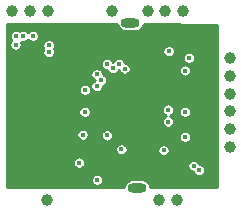
<source format=gbr>
%TF.GenerationSoftware,KiCad,Pcbnew,(5.1.6-0-10_14)*%
%TF.CreationDate,2020-10-31T13:09:24+09:00*%
%TF.ProjectId,RF920A,52463932-3041-42e6-9b69-6361645f7063,rev?*%
%TF.SameCoordinates,Original*%
%TF.FileFunction,Copper,L2,Inr*%
%TF.FilePolarity,Positive*%
%FSLAX46Y46*%
G04 Gerber Fmt 4.6, Leading zero omitted, Abs format (unit mm)*
G04 Created by KiCad (PCBNEW (5.1.6-0-10_14)) date 2020-10-31 13:09:24*
%MOMM*%
%LPD*%
G01*
G04 APERTURE LIST*
%TA.AperFunction,WasherPad*%
%ADD10O,1.600000X0.800000*%
%TD*%
%TA.AperFunction,ViaPad*%
%ADD11C,1.000000*%
%TD*%
%TA.AperFunction,ViaPad*%
%ADD12C,0.400000*%
%TD*%
%TA.AperFunction,Conductor*%
%ADD13C,0.254000*%
%TD*%
G04 APERTURE END LIST*
D10*
%TO.N,*%
%TO.C,U7*%
X162125000Y-106970000D03*
X161550000Y-92970000D03*
%TD*%
D11*
%TO.N,/SDA*%
%TO.C,J19*%
X154530000Y-92000000D03*
%TD*%
%TO.N,GND*%
%TO.C,J17*%
X170000000Y-103500000D03*
%TD*%
%TO.N,GND*%
%TO.C,J16*%
X170000000Y-102000000D03*
%TD*%
%TO.N,+3.3VA*%
%TO.C,J14*%
X165500000Y-108000000D03*
%TD*%
%TO.N,+3.3VA*%
%TO.C,J13*%
X164000000Y-108000000D03*
%TD*%
%TO.N,/SCL*%
%TO.C,J12*%
X153030000Y-92000000D03*
%TD*%
%TO.N,/WP*%
%TO.C,J11*%
X151530000Y-92000000D03*
%TD*%
%TO.N,/RESETN*%
%TO.C,J10*%
X170000000Y-96000000D03*
%TD*%
%TO.N,/REGPDIN*%
%TO.C,J9*%
X166000000Y-92000000D03*
%TD*%
%TO.N,/SDO*%
%TO.C,J8*%
X164500000Y-92000000D03*
%TD*%
%TO.N,/SINTN*%
%TO.C,J7*%
X163000000Y-92000000D03*
%TD*%
%TO.N,/SCLK*%
%TO.C,J6*%
X170000000Y-97500000D03*
%TD*%
%TO.N,/SCEN*%
%TO.C,J5*%
X170000000Y-99000000D03*
%TD*%
%TO.N,/SDI*%
%TO.C,J4*%
X170000000Y-100500000D03*
%TD*%
%TO.N,+3V3*%
%TO.C,J2*%
X160000000Y-92000000D03*
%TD*%
%TO.N,Net-(J1-Pad1)*%
%TO.C,J1*%
X154500000Y-108000000D03*
%TD*%
D12*
%TO.N,GND*%
X153550000Y-100880000D03*
X152100000Y-100440000D03*
X168150000Y-98440000D03*
X168150000Y-97740000D03*
X161950000Y-94600000D03*
X151820000Y-95450000D03*
X152150000Y-97520000D03*
X153600000Y-97960000D03*
X167340000Y-103880000D03*
X166890000Y-103510000D03*
X160580000Y-95170000D03*
X159250000Y-94130000D03*
X157390000Y-95180000D03*
X165670000Y-105150000D03*
X165670000Y-105840000D03*
X167500000Y-102590000D03*
X166750000Y-102640000D03*
X166750000Y-101230000D03*
X166800000Y-100560000D03*
X159350000Y-106290000D03*
X160760000Y-105200000D03*
X161430000Y-103710000D03*
X155400000Y-103850000D03*
X163570000Y-103700000D03*
X163570000Y-104450000D03*
X159350000Y-105050000D03*
X162240000Y-105310000D03*
X164350000Y-104400000D03*
X168080000Y-95950000D03*
X166750000Y-97030000D03*
X163060000Y-94290000D03*
X162780000Y-95390000D03*
X161550000Y-96480000D03*
X153350000Y-103910000D03*
X157670000Y-99940000D03*
X157690000Y-98060000D03*
X158870000Y-101350000D03*
X160600000Y-98400000D03*
X161400000Y-99200000D03*
X161400000Y-98400000D03*
X160600000Y-99200000D03*
X160600000Y-100000000D03*
X161400000Y-100000000D03*
X160600000Y-100800000D03*
X161400000Y-100800000D03*
X162200000Y-100800000D03*
X163000000Y-100800000D03*
X163000000Y-100000000D03*
X162200000Y-100000000D03*
X162200000Y-98400000D03*
X163000000Y-98400000D03*
X162200000Y-99200000D03*
X163000000Y-99200000D03*
X157500000Y-101850000D03*
X164180000Y-95390000D03*
X156800000Y-101850000D03*
X166800000Y-94850000D03*
X156090000Y-100410000D03*
X156090000Y-99480000D03*
X156100000Y-98590000D03*
X156070000Y-97730000D03*
X156050000Y-96910000D03*
%TO.N,/VDDCP*%
X164720000Y-101350000D03*
X164730000Y-100350000D03*
X166150000Y-102640000D03*
X166150000Y-100530000D03*
X160790000Y-103710000D03*
X164780000Y-95390000D03*
X166500000Y-95950000D03*
%TO.N,+3V3*%
X151820000Y-94850000D03*
X151870000Y-94100000D03*
X154620000Y-94890000D03*
X157670000Y-100540000D03*
X157700000Y-98660000D03*
X153270000Y-94100000D03*
%TO.N,Net-(C45-Pad1)*%
X159550000Y-102530000D03*
X158750000Y-106290000D03*
%TO.N,Net-(C46-Pad2)*%
X157500000Y-102450000D03*
X157190000Y-104830000D03*
%TO.N,/SDI*%
X158680000Y-98350000D03*
%TO.N,/SCEN*%
X159080000Y-97850000D03*
%TO.N,/SCLK*%
X158680000Y-97350000D03*
%TO.N,/SINTN*%
X159550000Y-96480000D03*
%TO.N,/SDO*%
X160050000Y-96830000D03*
%TO.N,/REGPDIN*%
X160550000Y-96480000D03*
%TO.N,/RESETN*%
X161050000Y-96870000D03*
%TO.N,+3.3VA*%
X166890000Y-105090000D03*
X166150000Y-97030000D03*
X167360000Y-105460000D03*
X164350000Y-103780000D03*
%TO.N,/WP*%
X152470000Y-94100000D03*
%TO.N,/SDA*%
X154620000Y-95490000D03*
%TD*%
D13*
%TO.N,GND*%
G36*
X160439505Y-93132246D02*
G01*
X160475090Y-93249557D01*
X160542597Y-93375853D01*
X160633446Y-93486554D01*
X160744147Y-93577403D01*
X160870443Y-93644910D01*
X161007483Y-93686480D01*
X161114292Y-93697000D01*
X161985708Y-93697000D01*
X162092517Y-93686480D01*
X162229557Y-93644910D01*
X162355853Y-93577403D01*
X162466554Y-93486554D01*
X162557403Y-93375853D01*
X162624910Y-93249557D01*
X162660121Y-93133479D01*
X168873000Y-93136930D01*
X168873000Y-101837966D01*
X168868269Y-101858905D01*
X168862489Y-102082406D01*
X168873000Y-102143458D01*
X168873000Y-103337966D01*
X168868269Y-103358905D01*
X168862489Y-103582406D01*
X168873000Y-103643458D01*
X168873000Y-106853000D01*
X163243993Y-106853000D01*
X163241480Y-106827483D01*
X163199910Y-106690443D01*
X163132403Y-106564147D01*
X163041554Y-106453446D01*
X162930853Y-106362597D01*
X162804557Y-106295090D01*
X162667517Y-106253520D01*
X162560708Y-106243000D01*
X161689292Y-106243000D01*
X161582483Y-106253520D01*
X161445443Y-106295090D01*
X161319147Y-106362597D01*
X161208446Y-106453446D01*
X161117597Y-106564147D01*
X161050090Y-106690443D01*
X161008520Y-106827483D01*
X161006007Y-106853000D01*
X151131909Y-106853000D01*
X151131470Y-106238095D01*
X158223000Y-106238095D01*
X158223000Y-106341905D01*
X158243252Y-106443720D01*
X158282979Y-106539628D01*
X158340652Y-106625943D01*
X158414057Y-106699348D01*
X158500372Y-106757021D01*
X158596280Y-106796748D01*
X158698095Y-106817000D01*
X158801905Y-106817000D01*
X158903720Y-106796748D01*
X158999628Y-106757021D01*
X159085943Y-106699348D01*
X159159348Y-106625943D01*
X159217021Y-106539628D01*
X159256748Y-106443720D01*
X159277000Y-106341905D01*
X159277000Y-106238095D01*
X159256748Y-106136280D01*
X159217021Y-106040372D01*
X159159348Y-105954057D01*
X159085943Y-105880652D01*
X158999628Y-105822979D01*
X158903720Y-105783252D01*
X158801905Y-105763000D01*
X158698095Y-105763000D01*
X158596280Y-105783252D01*
X158500372Y-105822979D01*
X158414057Y-105880652D01*
X158340652Y-105954057D01*
X158282979Y-106040372D01*
X158243252Y-106136280D01*
X158223000Y-106238095D01*
X151131470Y-106238095D01*
X151130425Y-104778095D01*
X156663000Y-104778095D01*
X156663000Y-104881905D01*
X156683252Y-104983720D01*
X156722979Y-105079628D01*
X156780652Y-105165943D01*
X156854057Y-105239348D01*
X156940372Y-105297021D01*
X157036280Y-105336748D01*
X157138095Y-105357000D01*
X157241905Y-105357000D01*
X157343720Y-105336748D01*
X157439628Y-105297021D01*
X157525943Y-105239348D01*
X157599348Y-105165943D01*
X157657021Y-105079628D01*
X157674224Y-105038095D01*
X166363000Y-105038095D01*
X166363000Y-105141905D01*
X166383252Y-105243720D01*
X166422979Y-105339628D01*
X166480652Y-105425943D01*
X166554057Y-105499348D01*
X166640372Y-105557021D01*
X166736280Y-105596748D01*
X166838095Y-105617000D01*
X166854611Y-105617000D01*
X166892979Y-105709628D01*
X166950652Y-105795943D01*
X167024057Y-105869348D01*
X167110372Y-105927021D01*
X167206280Y-105966748D01*
X167308095Y-105987000D01*
X167411905Y-105987000D01*
X167513720Y-105966748D01*
X167609628Y-105927021D01*
X167695943Y-105869348D01*
X167769348Y-105795943D01*
X167827021Y-105709628D01*
X167866748Y-105613720D01*
X167887000Y-105511905D01*
X167887000Y-105408095D01*
X167866748Y-105306280D01*
X167827021Y-105210372D01*
X167769348Y-105124057D01*
X167695943Y-105050652D01*
X167609628Y-104992979D01*
X167513720Y-104953252D01*
X167411905Y-104933000D01*
X167395389Y-104933000D01*
X167357021Y-104840372D01*
X167299348Y-104754057D01*
X167225943Y-104680652D01*
X167139628Y-104622979D01*
X167043720Y-104583252D01*
X166941905Y-104563000D01*
X166838095Y-104563000D01*
X166736280Y-104583252D01*
X166640372Y-104622979D01*
X166554057Y-104680652D01*
X166480652Y-104754057D01*
X166422979Y-104840372D01*
X166383252Y-104936280D01*
X166363000Y-105038095D01*
X157674224Y-105038095D01*
X157696748Y-104983720D01*
X157717000Y-104881905D01*
X157717000Y-104778095D01*
X157696748Y-104676280D01*
X157657021Y-104580372D01*
X157599348Y-104494057D01*
X157525943Y-104420652D01*
X157439628Y-104362979D01*
X157343720Y-104323252D01*
X157241905Y-104303000D01*
X157138095Y-104303000D01*
X157036280Y-104323252D01*
X156940372Y-104362979D01*
X156854057Y-104420652D01*
X156780652Y-104494057D01*
X156722979Y-104580372D01*
X156683252Y-104676280D01*
X156663000Y-104778095D01*
X151130425Y-104778095D01*
X151129625Y-103658095D01*
X160263000Y-103658095D01*
X160263000Y-103761905D01*
X160283252Y-103863720D01*
X160322979Y-103959628D01*
X160380652Y-104045943D01*
X160454057Y-104119348D01*
X160540372Y-104177021D01*
X160636280Y-104216748D01*
X160738095Y-104237000D01*
X160841905Y-104237000D01*
X160943720Y-104216748D01*
X161039628Y-104177021D01*
X161125943Y-104119348D01*
X161199348Y-104045943D01*
X161257021Y-103959628D01*
X161296748Y-103863720D01*
X161317000Y-103761905D01*
X161317000Y-103728095D01*
X163823000Y-103728095D01*
X163823000Y-103831905D01*
X163843252Y-103933720D01*
X163882979Y-104029628D01*
X163940652Y-104115943D01*
X164014057Y-104189348D01*
X164100372Y-104247021D01*
X164196280Y-104286748D01*
X164298095Y-104307000D01*
X164401905Y-104307000D01*
X164503720Y-104286748D01*
X164599628Y-104247021D01*
X164685943Y-104189348D01*
X164759348Y-104115943D01*
X164817021Y-104029628D01*
X164856748Y-103933720D01*
X164877000Y-103831905D01*
X164877000Y-103728095D01*
X164856748Y-103626280D01*
X164817021Y-103530372D01*
X164759348Y-103444057D01*
X164685943Y-103370652D01*
X164599628Y-103312979D01*
X164503720Y-103273252D01*
X164401905Y-103253000D01*
X164298095Y-103253000D01*
X164196280Y-103273252D01*
X164100372Y-103312979D01*
X164014057Y-103370652D01*
X163940652Y-103444057D01*
X163882979Y-103530372D01*
X163843252Y-103626280D01*
X163823000Y-103728095D01*
X161317000Y-103728095D01*
X161317000Y-103658095D01*
X161296748Y-103556280D01*
X161257021Y-103460372D01*
X161199348Y-103374057D01*
X161125943Y-103300652D01*
X161039628Y-103242979D01*
X160943720Y-103203252D01*
X160841905Y-103183000D01*
X160738095Y-103183000D01*
X160636280Y-103203252D01*
X160540372Y-103242979D01*
X160454057Y-103300652D01*
X160380652Y-103374057D01*
X160322979Y-103460372D01*
X160283252Y-103556280D01*
X160263000Y-103658095D01*
X151129625Y-103658095D01*
X151128723Y-102398095D01*
X156973000Y-102398095D01*
X156973000Y-102501905D01*
X156993252Y-102603720D01*
X157032979Y-102699628D01*
X157090652Y-102785943D01*
X157164057Y-102859348D01*
X157250372Y-102917021D01*
X157346280Y-102956748D01*
X157448095Y-102977000D01*
X157551905Y-102977000D01*
X157653720Y-102956748D01*
X157749628Y-102917021D01*
X157835943Y-102859348D01*
X157909348Y-102785943D01*
X157967021Y-102699628D01*
X158006748Y-102603720D01*
X158027000Y-102501905D01*
X158027000Y-102478095D01*
X159023000Y-102478095D01*
X159023000Y-102581905D01*
X159043252Y-102683720D01*
X159082979Y-102779628D01*
X159140652Y-102865943D01*
X159214057Y-102939348D01*
X159300372Y-102997021D01*
X159396280Y-103036748D01*
X159498095Y-103057000D01*
X159601905Y-103057000D01*
X159703720Y-103036748D01*
X159799628Y-102997021D01*
X159885943Y-102939348D01*
X159959348Y-102865943D01*
X160017021Y-102779628D01*
X160056748Y-102683720D01*
X160075768Y-102588095D01*
X165623000Y-102588095D01*
X165623000Y-102691905D01*
X165643252Y-102793720D01*
X165682979Y-102889628D01*
X165740652Y-102975943D01*
X165814057Y-103049348D01*
X165900372Y-103107021D01*
X165996280Y-103146748D01*
X166098095Y-103167000D01*
X166201905Y-103167000D01*
X166303720Y-103146748D01*
X166399628Y-103107021D01*
X166485943Y-103049348D01*
X166559348Y-102975943D01*
X166617021Y-102889628D01*
X166656748Y-102793720D01*
X166677000Y-102691905D01*
X166677000Y-102588095D01*
X166656748Y-102486280D01*
X166617021Y-102390372D01*
X166559348Y-102304057D01*
X166485943Y-102230652D01*
X166399628Y-102172979D01*
X166303720Y-102133252D01*
X166201905Y-102113000D01*
X166098095Y-102113000D01*
X165996280Y-102133252D01*
X165900372Y-102172979D01*
X165814057Y-102230652D01*
X165740652Y-102304057D01*
X165682979Y-102390372D01*
X165643252Y-102486280D01*
X165623000Y-102588095D01*
X160075768Y-102588095D01*
X160077000Y-102581905D01*
X160077000Y-102478095D01*
X160056748Y-102376280D01*
X160017021Y-102280372D01*
X159959348Y-102194057D01*
X159885943Y-102120652D01*
X159799628Y-102062979D01*
X159703720Y-102023252D01*
X159601905Y-102003000D01*
X159498095Y-102003000D01*
X159396280Y-102023252D01*
X159300372Y-102062979D01*
X159214057Y-102120652D01*
X159140652Y-102194057D01*
X159082979Y-102280372D01*
X159043252Y-102376280D01*
X159023000Y-102478095D01*
X158027000Y-102478095D01*
X158027000Y-102398095D01*
X158006748Y-102296280D01*
X157967021Y-102200372D01*
X157909348Y-102114057D01*
X157835943Y-102040652D01*
X157749628Y-101982979D01*
X157653720Y-101943252D01*
X157551905Y-101923000D01*
X157448095Y-101923000D01*
X157346280Y-101943252D01*
X157250372Y-101982979D01*
X157164057Y-102040652D01*
X157090652Y-102114057D01*
X157032979Y-102200372D01*
X156993252Y-102296280D01*
X156973000Y-102398095D01*
X151128723Y-102398095D01*
X151127937Y-101298095D01*
X164193000Y-101298095D01*
X164193000Y-101401905D01*
X164213252Y-101503720D01*
X164252979Y-101599628D01*
X164310652Y-101685943D01*
X164384057Y-101759348D01*
X164470372Y-101817021D01*
X164566280Y-101856748D01*
X164668095Y-101877000D01*
X164771905Y-101877000D01*
X164873720Y-101856748D01*
X164969628Y-101817021D01*
X165055943Y-101759348D01*
X165129348Y-101685943D01*
X165187021Y-101599628D01*
X165226748Y-101503720D01*
X165247000Y-101401905D01*
X165247000Y-101298095D01*
X165226748Y-101196280D01*
X165187021Y-101100372D01*
X165129348Y-101014057D01*
X165055943Y-100940652D01*
X164969628Y-100882979D01*
X164895011Y-100852071D01*
X164979628Y-100817021D01*
X165065943Y-100759348D01*
X165139348Y-100685943D01*
X165197021Y-100599628D01*
X165236748Y-100503720D01*
X165241845Y-100478095D01*
X165623000Y-100478095D01*
X165623000Y-100581905D01*
X165643252Y-100683720D01*
X165682979Y-100779628D01*
X165740652Y-100865943D01*
X165814057Y-100939348D01*
X165900372Y-100997021D01*
X165996280Y-101036748D01*
X166098095Y-101057000D01*
X166201905Y-101057000D01*
X166303720Y-101036748D01*
X166399628Y-100997021D01*
X166485943Y-100939348D01*
X166559348Y-100865943D01*
X166617021Y-100779628D01*
X166656748Y-100683720D01*
X166677000Y-100581905D01*
X166677000Y-100478095D01*
X166656748Y-100376280D01*
X166617021Y-100280372D01*
X166559348Y-100194057D01*
X166485943Y-100120652D01*
X166399628Y-100062979D01*
X166303720Y-100023252D01*
X166201905Y-100003000D01*
X166098095Y-100003000D01*
X165996280Y-100023252D01*
X165900372Y-100062979D01*
X165814057Y-100120652D01*
X165740652Y-100194057D01*
X165682979Y-100280372D01*
X165643252Y-100376280D01*
X165623000Y-100478095D01*
X165241845Y-100478095D01*
X165257000Y-100401905D01*
X165257000Y-100298095D01*
X165236748Y-100196280D01*
X165197021Y-100100372D01*
X165139348Y-100014057D01*
X165065943Y-99940652D01*
X164979628Y-99882979D01*
X164883720Y-99843252D01*
X164781905Y-99823000D01*
X164678095Y-99823000D01*
X164576280Y-99843252D01*
X164480372Y-99882979D01*
X164394057Y-99940652D01*
X164320652Y-100014057D01*
X164262979Y-100100372D01*
X164223252Y-100196280D01*
X164203000Y-100298095D01*
X164203000Y-100401905D01*
X164223252Y-100503720D01*
X164262979Y-100599628D01*
X164320652Y-100685943D01*
X164394057Y-100759348D01*
X164480372Y-100817021D01*
X164554989Y-100847929D01*
X164470372Y-100882979D01*
X164384057Y-100940652D01*
X164310652Y-101014057D01*
X164252979Y-101100372D01*
X164213252Y-101196280D01*
X164193000Y-101298095D01*
X151127937Y-101298095D01*
X151127357Y-100488095D01*
X157143000Y-100488095D01*
X157143000Y-100591905D01*
X157163252Y-100693720D01*
X157202979Y-100789628D01*
X157260652Y-100875943D01*
X157334057Y-100949348D01*
X157420372Y-101007021D01*
X157516280Y-101046748D01*
X157618095Y-101067000D01*
X157721905Y-101067000D01*
X157823720Y-101046748D01*
X157919628Y-101007021D01*
X158005943Y-100949348D01*
X158079348Y-100875943D01*
X158137021Y-100789628D01*
X158176748Y-100693720D01*
X158197000Y-100591905D01*
X158197000Y-100488095D01*
X158176748Y-100386280D01*
X158137021Y-100290372D01*
X158079348Y-100204057D01*
X158005943Y-100130652D01*
X157919628Y-100072979D01*
X157823720Y-100033252D01*
X157721905Y-100013000D01*
X157618095Y-100013000D01*
X157516280Y-100033252D01*
X157420372Y-100072979D01*
X157334057Y-100130652D01*
X157260652Y-100204057D01*
X157202979Y-100290372D01*
X157163252Y-100386280D01*
X157143000Y-100488095D01*
X151127357Y-100488095D01*
X151126013Y-98608095D01*
X157173000Y-98608095D01*
X157173000Y-98711905D01*
X157193252Y-98813720D01*
X157232979Y-98909628D01*
X157290652Y-98995943D01*
X157364057Y-99069348D01*
X157450372Y-99127021D01*
X157546280Y-99166748D01*
X157648095Y-99187000D01*
X157751905Y-99187000D01*
X157853720Y-99166748D01*
X157949628Y-99127021D01*
X158035943Y-99069348D01*
X158109348Y-98995943D01*
X158167021Y-98909628D01*
X158206748Y-98813720D01*
X158227000Y-98711905D01*
X158227000Y-98620612D01*
X158270652Y-98685943D01*
X158344057Y-98759348D01*
X158430372Y-98817021D01*
X158526280Y-98856748D01*
X158628095Y-98877000D01*
X158731905Y-98877000D01*
X158833720Y-98856748D01*
X158929628Y-98817021D01*
X159015943Y-98759348D01*
X159089348Y-98685943D01*
X159147021Y-98599628D01*
X159186748Y-98503720D01*
X159207000Y-98401905D01*
X159207000Y-98362063D01*
X159233720Y-98356748D01*
X159329628Y-98317021D01*
X159415943Y-98259348D01*
X159489348Y-98185943D01*
X159547021Y-98099628D01*
X159586748Y-98003720D01*
X159607000Y-97901905D01*
X159607000Y-97798095D01*
X159586748Y-97696280D01*
X159547021Y-97600372D01*
X159489348Y-97514057D01*
X159415943Y-97440652D01*
X159329628Y-97382979D01*
X159233720Y-97343252D01*
X159207000Y-97337937D01*
X159207000Y-97298095D01*
X159186748Y-97196280D01*
X159147021Y-97100372D01*
X159089348Y-97014057D01*
X159015943Y-96940652D01*
X158929628Y-96882979D01*
X158833720Y-96843252D01*
X158731905Y-96823000D01*
X158628095Y-96823000D01*
X158526280Y-96843252D01*
X158430372Y-96882979D01*
X158344057Y-96940652D01*
X158270652Y-97014057D01*
X158212979Y-97100372D01*
X158173252Y-97196280D01*
X158153000Y-97298095D01*
X158153000Y-97401905D01*
X158173252Y-97503720D01*
X158212979Y-97599628D01*
X158270652Y-97685943D01*
X158344057Y-97759348D01*
X158430372Y-97817021D01*
X158509989Y-97850000D01*
X158430372Y-97882979D01*
X158344057Y-97940652D01*
X158270652Y-98014057D01*
X158212979Y-98100372D01*
X158173252Y-98196280D01*
X158153000Y-98298095D01*
X158153000Y-98389388D01*
X158109348Y-98324057D01*
X158035943Y-98250652D01*
X157949628Y-98192979D01*
X157853720Y-98153252D01*
X157751905Y-98133000D01*
X157648095Y-98133000D01*
X157546280Y-98153252D01*
X157450372Y-98192979D01*
X157364057Y-98250652D01*
X157290652Y-98324057D01*
X157232979Y-98410372D01*
X157193252Y-98506280D01*
X157173000Y-98608095D01*
X151126013Y-98608095D01*
X151124454Y-96428095D01*
X159023000Y-96428095D01*
X159023000Y-96531905D01*
X159043252Y-96633720D01*
X159082979Y-96729628D01*
X159140652Y-96815943D01*
X159214057Y-96889348D01*
X159300372Y-96947021D01*
X159396280Y-96986748D01*
X159498095Y-97007000D01*
X159552895Y-97007000D01*
X159582979Y-97079628D01*
X159640652Y-97165943D01*
X159714057Y-97239348D01*
X159800372Y-97297021D01*
X159896280Y-97336748D01*
X159998095Y-97357000D01*
X160101905Y-97357000D01*
X160203720Y-97336748D01*
X160299628Y-97297021D01*
X160385943Y-97239348D01*
X160459348Y-97165943D01*
X160517021Y-97079628D01*
X160542255Y-97018708D01*
X160543252Y-97023720D01*
X160582979Y-97119628D01*
X160640652Y-97205943D01*
X160714057Y-97279348D01*
X160800372Y-97337021D01*
X160896280Y-97376748D01*
X160998095Y-97397000D01*
X161101905Y-97397000D01*
X161203720Y-97376748D01*
X161299628Y-97337021D01*
X161385943Y-97279348D01*
X161459348Y-97205943D01*
X161517021Y-97119628D01*
X161556748Y-97023720D01*
X161565823Y-96978095D01*
X165623000Y-96978095D01*
X165623000Y-97081905D01*
X165643252Y-97183720D01*
X165682979Y-97279628D01*
X165740652Y-97365943D01*
X165814057Y-97439348D01*
X165900372Y-97497021D01*
X165996280Y-97536748D01*
X166098095Y-97557000D01*
X166201905Y-97557000D01*
X166303720Y-97536748D01*
X166399628Y-97497021D01*
X166485943Y-97439348D01*
X166559348Y-97365943D01*
X166617021Y-97279628D01*
X166656748Y-97183720D01*
X166677000Y-97081905D01*
X166677000Y-96978095D01*
X166656748Y-96876280D01*
X166617021Y-96780372D01*
X166559348Y-96694057D01*
X166485943Y-96620652D01*
X166399628Y-96562979D01*
X166303720Y-96523252D01*
X166201905Y-96503000D01*
X166098095Y-96503000D01*
X165996280Y-96523252D01*
X165900372Y-96562979D01*
X165814057Y-96620652D01*
X165740652Y-96694057D01*
X165682979Y-96780372D01*
X165643252Y-96876280D01*
X165623000Y-96978095D01*
X161565823Y-96978095D01*
X161577000Y-96921905D01*
X161577000Y-96818095D01*
X161556748Y-96716280D01*
X161517021Y-96620372D01*
X161459348Y-96534057D01*
X161385943Y-96460652D01*
X161299628Y-96402979D01*
X161203720Y-96363252D01*
X161101905Y-96343000D01*
X161060074Y-96343000D01*
X161056748Y-96326280D01*
X161017021Y-96230372D01*
X160959348Y-96144057D01*
X160885943Y-96070652D01*
X160799628Y-96012979D01*
X160703720Y-95973252D01*
X160601905Y-95953000D01*
X160498095Y-95953000D01*
X160396280Y-95973252D01*
X160300372Y-96012979D01*
X160214057Y-96070652D01*
X160140652Y-96144057D01*
X160082979Y-96230372D01*
X160052895Y-96303000D01*
X160047105Y-96303000D01*
X160017021Y-96230372D01*
X159959348Y-96144057D01*
X159885943Y-96070652D01*
X159799628Y-96012979D01*
X159703720Y-95973252D01*
X159601905Y-95953000D01*
X159498095Y-95953000D01*
X159396280Y-95973252D01*
X159300372Y-96012979D01*
X159214057Y-96070652D01*
X159140652Y-96144057D01*
X159082979Y-96230372D01*
X159043252Y-96326280D01*
X159023000Y-96428095D01*
X151124454Y-96428095D01*
X151123287Y-94798095D01*
X151293000Y-94798095D01*
X151293000Y-94901905D01*
X151313252Y-95003720D01*
X151352979Y-95099628D01*
X151410652Y-95185943D01*
X151484057Y-95259348D01*
X151570372Y-95317021D01*
X151666280Y-95356748D01*
X151768095Y-95377000D01*
X151871905Y-95377000D01*
X151973720Y-95356748D01*
X152069628Y-95317021D01*
X152155943Y-95259348D01*
X152229348Y-95185943D01*
X152287021Y-95099628D01*
X152326748Y-95003720D01*
X152347000Y-94901905D01*
X152347000Y-94838095D01*
X154093000Y-94838095D01*
X154093000Y-94941905D01*
X154113252Y-95043720D01*
X154152979Y-95139628D01*
X154186636Y-95190000D01*
X154152979Y-95240372D01*
X154113252Y-95336280D01*
X154093000Y-95438095D01*
X154093000Y-95541905D01*
X154113252Y-95643720D01*
X154152979Y-95739628D01*
X154210652Y-95825943D01*
X154284057Y-95899348D01*
X154370372Y-95957021D01*
X154466280Y-95996748D01*
X154568095Y-96017000D01*
X154671905Y-96017000D01*
X154773720Y-95996748D01*
X154869628Y-95957021D01*
X154955943Y-95899348D01*
X155029348Y-95825943D01*
X155087021Y-95739628D01*
X155126748Y-95643720D01*
X155147000Y-95541905D01*
X155147000Y-95438095D01*
X155127110Y-95338095D01*
X164253000Y-95338095D01*
X164253000Y-95441905D01*
X164273252Y-95543720D01*
X164312979Y-95639628D01*
X164370652Y-95725943D01*
X164444057Y-95799348D01*
X164530372Y-95857021D01*
X164626280Y-95896748D01*
X164728095Y-95917000D01*
X164831905Y-95917000D01*
X164926948Y-95898095D01*
X165973000Y-95898095D01*
X165973000Y-96001905D01*
X165993252Y-96103720D01*
X166032979Y-96199628D01*
X166090652Y-96285943D01*
X166164057Y-96359348D01*
X166250372Y-96417021D01*
X166346280Y-96456748D01*
X166448095Y-96477000D01*
X166551905Y-96477000D01*
X166653720Y-96456748D01*
X166749628Y-96417021D01*
X166835943Y-96359348D01*
X166909348Y-96285943D01*
X166967021Y-96199628D01*
X167006748Y-96103720D01*
X167027000Y-96001905D01*
X167027000Y-95898095D01*
X167006748Y-95796280D01*
X166967021Y-95700372D01*
X166909348Y-95614057D01*
X166835943Y-95540652D01*
X166749628Y-95482979D01*
X166653720Y-95443252D01*
X166551905Y-95423000D01*
X166448095Y-95423000D01*
X166346280Y-95443252D01*
X166250372Y-95482979D01*
X166164057Y-95540652D01*
X166090652Y-95614057D01*
X166032979Y-95700372D01*
X165993252Y-95796280D01*
X165973000Y-95898095D01*
X164926948Y-95898095D01*
X164933720Y-95896748D01*
X165029628Y-95857021D01*
X165115943Y-95799348D01*
X165189348Y-95725943D01*
X165247021Y-95639628D01*
X165286748Y-95543720D01*
X165307000Y-95441905D01*
X165307000Y-95338095D01*
X165286748Y-95236280D01*
X165247021Y-95140372D01*
X165189348Y-95054057D01*
X165115943Y-94980652D01*
X165029628Y-94922979D01*
X164933720Y-94883252D01*
X164831905Y-94863000D01*
X164728095Y-94863000D01*
X164626280Y-94883252D01*
X164530372Y-94922979D01*
X164444057Y-94980652D01*
X164370652Y-95054057D01*
X164312979Y-95140372D01*
X164273252Y-95236280D01*
X164253000Y-95338095D01*
X155127110Y-95338095D01*
X155126748Y-95336280D01*
X155087021Y-95240372D01*
X155053364Y-95190000D01*
X155087021Y-95139628D01*
X155126748Y-95043720D01*
X155147000Y-94941905D01*
X155147000Y-94838095D01*
X155126748Y-94736280D01*
X155087021Y-94640372D01*
X155029348Y-94554057D01*
X154955943Y-94480652D01*
X154869628Y-94422979D01*
X154773720Y-94383252D01*
X154671905Y-94363000D01*
X154568095Y-94363000D01*
X154466280Y-94383252D01*
X154370372Y-94422979D01*
X154284057Y-94480652D01*
X154210652Y-94554057D01*
X154152979Y-94640372D01*
X154113252Y-94736280D01*
X154093000Y-94838095D01*
X152347000Y-94838095D01*
X152347000Y-94798095D01*
X152326748Y-94696280D01*
X152287021Y-94600372D01*
X152281715Y-94592430D01*
X152316280Y-94606748D01*
X152418095Y-94627000D01*
X152521905Y-94627000D01*
X152623720Y-94606748D01*
X152719628Y-94567021D01*
X152805943Y-94509348D01*
X152870000Y-94445291D01*
X152934057Y-94509348D01*
X153020372Y-94567021D01*
X153116280Y-94606748D01*
X153218095Y-94627000D01*
X153321905Y-94627000D01*
X153423720Y-94606748D01*
X153519628Y-94567021D01*
X153605943Y-94509348D01*
X153679348Y-94435943D01*
X153737021Y-94349628D01*
X153776748Y-94253720D01*
X153797000Y-94151905D01*
X153797000Y-94048095D01*
X153776748Y-93946280D01*
X153737021Y-93850372D01*
X153679348Y-93764057D01*
X153605943Y-93690652D01*
X153519628Y-93632979D01*
X153423720Y-93593252D01*
X153321905Y-93573000D01*
X153218095Y-93573000D01*
X153116280Y-93593252D01*
X153020372Y-93632979D01*
X152934057Y-93690652D01*
X152870000Y-93754709D01*
X152805943Y-93690652D01*
X152719628Y-93632979D01*
X152623720Y-93593252D01*
X152521905Y-93573000D01*
X152418095Y-93573000D01*
X152316280Y-93593252D01*
X152220372Y-93632979D01*
X152170000Y-93666636D01*
X152119628Y-93632979D01*
X152023720Y-93593252D01*
X151921905Y-93573000D01*
X151818095Y-93573000D01*
X151716280Y-93593252D01*
X151620372Y-93632979D01*
X151534057Y-93690652D01*
X151460652Y-93764057D01*
X151402979Y-93850372D01*
X151363252Y-93946280D01*
X151343000Y-94048095D01*
X151343000Y-94151905D01*
X151363252Y-94253720D01*
X151402979Y-94349628D01*
X151460652Y-94435943D01*
X151474709Y-94450000D01*
X151410652Y-94514057D01*
X151352979Y-94600372D01*
X151313252Y-94696280D01*
X151293000Y-94798095D01*
X151123287Y-94798095D01*
X151122091Y-93127071D01*
X160439505Y-93132246D01*
G37*
X160439505Y-93132246D02*
X160475090Y-93249557D01*
X160542597Y-93375853D01*
X160633446Y-93486554D01*
X160744147Y-93577403D01*
X160870443Y-93644910D01*
X161007483Y-93686480D01*
X161114292Y-93697000D01*
X161985708Y-93697000D01*
X162092517Y-93686480D01*
X162229557Y-93644910D01*
X162355853Y-93577403D01*
X162466554Y-93486554D01*
X162557403Y-93375853D01*
X162624910Y-93249557D01*
X162660121Y-93133479D01*
X168873000Y-93136930D01*
X168873000Y-101837966D01*
X168868269Y-101858905D01*
X168862489Y-102082406D01*
X168873000Y-102143458D01*
X168873000Y-103337966D01*
X168868269Y-103358905D01*
X168862489Y-103582406D01*
X168873000Y-103643458D01*
X168873000Y-106853000D01*
X163243993Y-106853000D01*
X163241480Y-106827483D01*
X163199910Y-106690443D01*
X163132403Y-106564147D01*
X163041554Y-106453446D01*
X162930853Y-106362597D01*
X162804557Y-106295090D01*
X162667517Y-106253520D01*
X162560708Y-106243000D01*
X161689292Y-106243000D01*
X161582483Y-106253520D01*
X161445443Y-106295090D01*
X161319147Y-106362597D01*
X161208446Y-106453446D01*
X161117597Y-106564147D01*
X161050090Y-106690443D01*
X161008520Y-106827483D01*
X161006007Y-106853000D01*
X151131909Y-106853000D01*
X151131470Y-106238095D01*
X158223000Y-106238095D01*
X158223000Y-106341905D01*
X158243252Y-106443720D01*
X158282979Y-106539628D01*
X158340652Y-106625943D01*
X158414057Y-106699348D01*
X158500372Y-106757021D01*
X158596280Y-106796748D01*
X158698095Y-106817000D01*
X158801905Y-106817000D01*
X158903720Y-106796748D01*
X158999628Y-106757021D01*
X159085943Y-106699348D01*
X159159348Y-106625943D01*
X159217021Y-106539628D01*
X159256748Y-106443720D01*
X159277000Y-106341905D01*
X159277000Y-106238095D01*
X159256748Y-106136280D01*
X159217021Y-106040372D01*
X159159348Y-105954057D01*
X159085943Y-105880652D01*
X158999628Y-105822979D01*
X158903720Y-105783252D01*
X158801905Y-105763000D01*
X158698095Y-105763000D01*
X158596280Y-105783252D01*
X158500372Y-105822979D01*
X158414057Y-105880652D01*
X158340652Y-105954057D01*
X158282979Y-106040372D01*
X158243252Y-106136280D01*
X158223000Y-106238095D01*
X151131470Y-106238095D01*
X151130425Y-104778095D01*
X156663000Y-104778095D01*
X156663000Y-104881905D01*
X156683252Y-104983720D01*
X156722979Y-105079628D01*
X156780652Y-105165943D01*
X156854057Y-105239348D01*
X156940372Y-105297021D01*
X157036280Y-105336748D01*
X157138095Y-105357000D01*
X157241905Y-105357000D01*
X157343720Y-105336748D01*
X157439628Y-105297021D01*
X157525943Y-105239348D01*
X157599348Y-105165943D01*
X157657021Y-105079628D01*
X157674224Y-105038095D01*
X166363000Y-105038095D01*
X166363000Y-105141905D01*
X166383252Y-105243720D01*
X166422979Y-105339628D01*
X166480652Y-105425943D01*
X166554057Y-105499348D01*
X166640372Y-105557021D01*
X166736280Y-105596748D01*
X166838095Y-105617000D01*
X166854611Y-105617000D01*
X166892979Y-105709628D01*
X166950652Y-105795943D01*
X167024057Y-105869348D01*
X167110372Y-105927021D01*
X167206280Y-105966748D01*
X167308095Y-105987000D01*
X167411905Y-105987000D01*
X167513720Y-105966748D01*
X167609628Y-105927021D01*
X167695943Y-105869348D01*
X167769348Y-105795943D01*
X167827021Y-105709628D01*
X167866748Y-105613720D01*
X167887000Y-105511905D01*
X167887000Y-105408095D01*
X167866748Y-105306280D01*
X167827021Y-105210372D01*
X167769348Y-105124057D01*
X167695943Y-105050652D01*
X167609628Y-104992979D01*
X167513720Y-104953252D01*
X167411905Y-104933000D01*
X167395389Y-104933000D01*
X167357021Y-104840372D01*
X167299348Y-104754057D01*
X167225943Y-104680652D01*
X167139628Y-104622979D01*
X167043720Y-104583252D01*
X166941905Y-104563000D01*
X166838095Y-104563000D01*
X166736280Y-104583252D01*
X166640372Y-104622979D01*
X166554057Y-104680652D01*
X166480652Y-104754057D01*
X166422979Y-104840372D01*
X166383252Y-104936280D01*
X166363000Y-105038095D01*
X157674224Y-105038095D01*
X157696748Y-104983720D01*
X157717000Y-104881905D01*
X157717000Y-104778095D01*
X157696748Y-104676280D01*
X157657021Y-104580372D01*
X157599348Y-104494057D01*
X157525943Y-104420652D01*
X157439628Y-104362979D01*
X157343720Y-104323252D01*
X157241905Y-104303000D01*
X157138095Y-104303000D01*
X157036280Y-104323252D01*
X156940372Y-104362979D01*
X156854057Y-104420652D01*
X156780652Y-104494057D01*
X156722979Y-104580372D01*
X156683252Y-104676280D01*
X156663000Y-104778095D01*
X151130425Y-104778095D01*
X151129625Y-103658095D01*
X160263000Y-103658095D01*
X160263000Y-103761905D01*
X160283252Y-103863720D01*
X160322979Y-103959628D01*
X160380652Y-104045943D01*
X160454057Y-104119348D01*
X160540372Y-104177021D01*
X160636280Y-104216748D01*
X160738095Y-104237000D01*
X160841905Y-104237000D01*
X160943720Y-104216748D01*
X161039628Y-104177021D01*
X161125943Y-104119348D01*
X161199348Y-104045943D01*
X161257021Y-103959628D01*
X161296748Y-103863720D01*
X161317000Y-103761905D01*
X161317000Y-103728095D01*
X163823000Y-103728095D01*
X163823000Y-103831905D01*
X163843252Y-103933720D01*
X163882979Y-104029628D01*
X163940652Y-104115943D01*
X164014057Y-104189348D01*
X164100372Y-104247021D01*
X164196280Y-104286748D01*
X164298095Y-104307000D01*
X164401905Y-104307000D01*
X164503720Y-104286748D01*
X164599628Y-104247021D01*
X164685943Y-104189348D01*
X164759348Y-104115943D01*
X164817021Y-104029628D01*
X164856748Y-103933720D01*
X164877000Y-103831905D01*
X164877000Y-103728095D01*
X164856748Y-103626280D01*
X164817021Y-103530372D01*
X164759348Y-103444057D01*
X164685943Y-103370652D01*
X164599628Y-103312979D01*
X164503720Y-103273252D01*
X164401905Y-103253000D01*
X164298095Y-103253000D01*
X164196280Y-103273252D01*
X164100372Y-103312979D01*
X164014057Y-103370652D01*
X163940652Y-103444057D01*
X163882979Y-103530372D01*
X163843252Y-103626280D01*
X163823000Y-103728095D01*
X161317000Y-103728095D01*
X161317000Y-103658095D01*
X161296748Y-103556280D01*
X161257021Y-103460372D01*
X161199348Y-103374057D01*
X161125943Y-103300652D01*
X161039628Y-103242979D01*
X160943720Y-103203252D01*
X160841905Y-103183000D01*
X160738095Y-103183000D01*
X160636280Y-103203252D01*
X160540372Y-103242979D01*
X160454057Y-103300652D01*
X160380652Y-103374057D01*
X160322979Y-103460372D01*
X160283252Y-103556280D01*
X160263000Y-103658095D01*
X151129625Y-103658095D01*
X151128723Y-102398095D01*
X156973000Y-102398095D01*
X156973000Y-102501905D01*
X156993252Y-102603720D01*
X157032979Y-102699628D01*
X157090652Y-102785943D01*
X157164057Y-102859348D01*
X157250372Y-102917021D01*
X157346280Y-102956748D01*
X157448095Y-102977000D01*
X157551905Y-102977000D01*
X157653720Y-102956748D01*
X157749628Y-102917021D01*
X157835943Y-102859348D01*
X157909348Y-102785943D01*
X157967021Y-102699628D01*
X158006748Y-102603720D01*
X158027000Y-102501905D01*
X158027000Y-102478095D01*
X159023000Y-102478095D01*
X159023000Y-102581905D01*
X159043252Y-102683720D01*
X159082979Y-102779628D01*
X159140652Y-102865943D01*
X159214057Y-102939348D01*
X159300372Y-102997021D01*
X159396280Y-103036748D01*
X159498095Y-103057000D01*
X159601905Y-103057000D01*
X159703720Y-103036748D01*
X159799628Y-102997021D01*
X159885943Y-102939348D01*
X159959348Y-102865943D01*
X160017021Y-102779628D01*
X160056748Y-102683720D01*
X160075768Y-102588095D01*
X165623000Y-102588095D01*
X165623000Y-102691905D01*
X165643252Y-102793720D01*
X165682979Y-102889628D01*
X165740652Y-102975943D01*
X165814057Y-103049348D01*
X165900372Y-103107021D01*
X165996280Y-103146748D01*
X166098095Y-103167000D01*
X166201905Y-103167000D01*
X166303720Y-103146748D01*
X166399628Y-103107021D01*
X166485943Y-103049348D01*
X166559348Y-102975943D01*
X166617021Y-102889628D01*
X166656748Y-102793720D01*
X166677000Y-102691905D01*
X166677000Y-102588095D01*
X166656748Y-102486280D01*
X166617021Y-102390372D01*
X166559348Y-102304057D01*
X166485943Y-102230652D01*
X166399628Y-102172979D01*
X166303720Y-102133252D01*
X166201905Y-102113000D01*
X166098095Y-102113000D01*
X165996280Y-102133252D01*
X165900372Y-102172979D01*
X165814057Y-102230652D01*
X165740652Y-102304057D01*
X165682979Y-102390372D01*
X165643252Y-102486280D01*
X165623000Y-102588095D01*
X160075768Y-102588095D01*
X160077000Y-102581905D01*
X160077000Y-102478095D01*
X160056748Y-102376280D01*
X160017021Y-102280372D01*
X159959348Y-102194057D01*
X159885943Y-102120652D01*
X159799628Y-102062979D01*
X159703720Y-102023252D01*
X159601905Y-102003000D01*
X159498095Y-102003000D01*
X159396280Y-102023252D01*
X159300372Y-102062979D01*
X159214057Y-102120652D01*
X159140652Y-102194057D01*
X159082979Y-102280372D01*
X159043252Y-102376280D01*
X159023000Y-102478095D01*
X158027000Y-102478095D01*
X158027000Y-102398095D01*
X158006748Y-102296280D01*
X157967021Y-102200372D01*
X157909348Y-102114057D01*
X157835943Y-102040652D01*
X157749628Y-101982979D01*
X157653720Y-101943252D01*
X157551905Y-101923000D01*
X157448095Y-101923000D01*
X157346280Y-101943252D01*
X157250372Y-101982979D01*
X157164057Y-102040652D01*
X157090652Y-102114057D01*
X157032979Y-102200372D01*
X156993252Y-102296280D01*
X156973000Y-102398095D01*
X151128723Y-102398095D01*
X151127937Y-101298095D01*
X164193000Y-101298095D01*
X164193000Y-101401905D01*
X164213252Y-101503720D01*
X164252979Y-101599628D01*
X164310652Y-101685943D01*
X164384057Y-101759348D01*
X164470372Y-101817021D01*
X164566280Y-101856748D01*
X164668095Y-101877000D01*
X164771905Y-101877000D01*
X164873720Y-101856748D01*
X164969628Y-101817021D01*
X165055943Y-101759348D01*
X165129348Y-101685943D01*
X165187021Y-101599628D01*
X165226748Y-101503720D01*
X165247000Y-101401905D01*
X165247000Y-101298095D01*
X165226748Y-101196280D01*
X165187021Y-101100372D01*
X165129348Y-101014057D01*
X165055943Y-100940652D01*
X164969628Y-100882979D01*
X164895011Y-100852071D01*
X164979628Y-100817021D01*
X165065943Y-100759348D01*
X165139348Y-100685943D01*
X165197021Y-100599628D01*
X165236748Y-100503720D01*
X165241845Y-100478095D01*
X165623000Y-100478095D01*
X165623000Y-100581905D01*
X165643252Y-100683720D01*
X165682979Y-100779628D01*
X165740652Y-100865943D01*
X165814057Y-100939348D01*
X165900372Y-100997021D01*
X165996280Y-101036748D01*
X166098095Y-101057000D01*
X166201905Y-101057000D01*
X166303720Y-101036748D01*
X166399628Y-100997021D01*
X166485943Y-100939348D01*
X166559348Y-100865943D01*
X166617021Y-100779628D01*
X166656748Y-100683720D01*
X166677000Y-100581905D01*
X166677000Y-100478095D01*
X166656748Y-100376280D01*
X166617021Y-100280372D01*
X166559348Y-100194057D01*
X166485943Y-100120652D01*
X166399628Y-100062979D01*
X166303720Y-100023252D01*
X166201905Y-100003000D01*
X166098095Y-100003000D01*
X165996280Y-100023252D01*
X165900372Y-100062979D01*
X165814057Y-100120652D01*
X165740652Y-100194057D01*
X165682979Y-100280372D01*
X165643252Y-100376280D01*
X165623000Y-100478095D01*
X165241845Y-100478095D01*
X165257000Y-100401905D01*
X165257000Y-100298095D01*
X165236748Y-100196280D01*
X165197021Y-100100372D01*
X165139348Y-100014057D01*
X165065943Y-99940652D01*
X164979628Y-99882979D01*
X164883720Y-99843252D01*
X164781905Y-99823000D01*
X164678095Y-99823000D01*
X164576280Y-99843252D01*
X164480372Y-99882979D01*
X164394057Y-99940652D01*
X164320652Y-100014057D01*
X164262979Y-100100372D01*
X164223252Y-100196280D01*
X164203000Y-100298095D01*
X164203000Y-100401905D01*
X164223252Y-100503720D01*
X164262979Y-100599628D01*
X164320652Y-100685943D01*
X164394057Y-100759348D01*
X164480372Y-100817021D01*
X164554989Y-100847929D01*
X164470372Y-100882979D01*
X164384057Y-100940652D01*
X164310652Y-101014057D01*
X164252979Y-101100372D01*
X164213252Y-101196280D01*
X164193000Y-101298095D01*
X151127937Y-101298095D01*
X151127357Y-100488095D01*
X157143000Y-100488095D01*
X157143000Y-100591905D01*
X157163252Y-100693720D01*
X157202979Y-100789628D01*
X157260652Y-100875943D01*
X157334057Y-100949348D01*
X157420372Y-101007021D01*
X157516280Y-101046748D01*
X157618095Y-101067000D01*
X157721905Y-101067000D01*
X157823720Y-101046748D01*
X157919628Y-101007021D01*
X158005943Y-100949348D01*
X158079348Y-100875943D01*
X158137021Y-100789628D01*
X158176748Y-100693720D01*
X158197000Y-100591905D01*
X158197000Y-100488095D01*
X158176748Y-100386280D01*
X158137021Y-100290372D01*
X158079348Y-100204057D01*
X158005943Y-100130652D01*
X157919628Y-100072979D01*
X157823720Y-100033252D01*
X157721905Y-100013000D01*
X157618095Y-100013000D01*
X157516280Y-100033252D01*
X157420372Y-100072979D01*
X157334057Y-100130652D01*
X157260652Y-100204057D01*
X157202979Y-100290372D01*
X157163252Y-100386280D01*
X157143000Y-100488095D01*
X151127357Y-100488095D01*
X151126013Y-98608095D01*
X157173000Y-98608095D01*
X157173000Y-98711905D01*
X157193252Y-98813720D01*
X157232979Y-98909628D01*
X157290652Y-98995943D01*
X157364057Y-99069348D01*
X157450372Y-99127021D01*
X157546280Y-99166748D01*
X157648095Y-99187000D01*
X157751905Y-99187000D01*
X157853720Y-99166748D01*
X157949628Y-99127021D01*
X158035943Y-99069348D01*
X158109348Y-98995943D01*
X158167021Y-98909628D01*
X158206748Y-98813720D01*
X158227000Y-98711905D01*
X158227000Y-98620612D01*
X158270652Y-98685943D01*
X158344057Y-98759348D01*
X158430372Y-98817021D01*
X158526280Y-98856748D01*
X158628095Y-98877000D01*
X158731905Y-98877000D01*
X158833720Y-98856748D01*
X158929628Y-98817021D01*
X159015943Y-98759348D01*
X159089348Y-98685943D01*
X159147021Y-98599628D01*
X159186748Y-98503720D01*
X159207000Y-98401905D01*
X159207000Y-98362063D01*
X159233720Y-98356748D01*
X159329628Y-98317021D01*
X159415943Y-98259348D01*
X159489348Y-98185943D01*
X159547021Y-98099628D01*
X159586748Y-98003720D01*
X159607000Y-97901905D01*
X159607000Y-97798095D01*
X159586748Y-97696280D01*
X159547021Y-97600372D01*
X159489348Y-97514057D01*
X159415943Y-97440652D01*
X159329628Y-97382979D01*
X159233720Y-97343252D01*
X159207000Y-97337937D01*
X159207000Y-97298095D01*
X159186748Y-97196280D01*
X159147021Y-97100372D01*
X159089348Y-97014057D01*
X159015943Y-96940652D01*
X158929628Y-96882979D01*
X158833720Y-96843252D01*
X158731905Y-96823000D01*
X158628095Y-96823000D01*
X158526280Y-96843252D01*
X158430372Y-96882979D01*
X158344057Y-96940652D01*
X158270652Y-97014057D01*
X158212979Y-97100372D01*
X158173252Y-97196280D01*
X158153000Y-97298095D01*
X158153000Y-97401905D01*
X158173252Y-97503720D01*
X158212979Y-97599628D01*
X158270652Y-97685943D01*
X158344057Y-97759348D01*
X158430372Y-97817021D01*
X158509989Y-97850000D01*
X158430372Y-97882979D01*
X158344057Y-97940652D01*
X158270652Y-98014057D01*
X158212979Y-98100372D01*
X158173252Y-98196280D01*
X158153000Y-98298095D01*
X158153000Y-98389388D01*
X158109348Y-98324057D01*
X158035943Y-98250652D01*
X157949628Y-98192979D01*
X157853720Y-98153252D01*
X157751905Y-98133000D01*
X157648095Y-98133000D01*
X157546280Y-98153252D01*
X157450372Y-98192979D01*
X157364057Y-98250652D01*
X157290652Y-98324057D01*
X157232979Y-98410372D01*
X157193252Y-98506280D01*
X157173000Y-98608095D01*
X151126013Y-98608095D01*
X151124454Y-96428095D01*
X159023000Y-96428095D01*
X159023000Y-96531905D01*
X159043252Y-96633720D01*
X159082979Y-96729628D01*
X159140652Y-96815943D01*
X159214057Y-96889348D01*
X159300372Y-96947021D01*
X159396280Y-96986748D01*
X159498095Y-97007000D01*
X159552895Y-97007000D01*
X159582979Y-97079628D01*
X159640652Y-97165943D01*
X159714057Y-97239348D01*
X159800372Y-97297021D01*
X159896280Y-97336748D01*
X159998095Y-97357000D01*
X160101905Y-97357000D01*
X160203720Y-97336748D01*
X160299628Y-97297021D01*
X160385943Y-97239348D01*
X160459348Y-97165943D01*
X160517021Y-97079628D01*
X160542255Y-97018708D01*
X160543252Y-97023720D01*
X160582979Y-97119628D01*
X160640652Y-97205943D01*
X160714057Y-97279348D01*
X160800372Y-97337021D01*
X160896280Y-97376748D01*
X160998095Y-97397000D01*
X161101905Y-97397000D01*
X161203720Y-97376748D01*
X161299628Y-97337021D01*
X161385943Y-97279348D01*
X161459348Y-97205943D01*
X161517021Y-97119628D01*
X161556748Y-97023720D01*
X161565823Y-96978095D01*
X165623000Y-96978095D01*
X165623000Y-97081905D01*
X165643252Y-97183720D01*
X165682979Y-97279628D01*
X165740652Y-97365943D01*
X165814057Y-97439348D01*
X165900372Y-97497021D01*
X165996280Y-97536748D01*
X166098095Y-97557000D01*
X166201905Y-97557000D01*
X166303720Y-97536748D01*
X166399628Y-97497021D01*
X166485943Y-97439348D01*
X166559348Y-97365943D01*
X166617021Y-97279628D01*
X166656748Y-97183720D01*
X166677000Y-97081905D01*
X166677000Y-96978095D01*
X166656748Y-96876280D01*
X166617021Y-96780372D01*
X166559348Y-96694057D01*
X166485943Y-96620652D01*
X166399628Y-96562979D01*
X166303720Y-96523252D01*
X166201905Y-96503000D01*
X166098095Y-96503000D01*
X165996280Y-96523252D01*
X165900372Y-96562979D01*
X165814057Y-96620652D01*
X165740652Y-96694057D01*
X165682979Y-96780372D01*
X165643252Y-96876280D01*
X165623000Y-96978095D01*
X161565823Y-96978095D01*
X161577000Y-96921905D01*
X161577000Y-96818095D01*
X161556748Y-96716280D01*
X161517021Y-96620372D01*
X161459348Y-96534057D01*
X161385943Y-96460652D01*
X161299628Y-96402979D01*
X161203720Y-96363252D01*
X161101905Y-96343000D01*
X161060074Y-96343000D01*
X161056748Y-96326280D01*
X161017021Y-96230372D01*
X160959348Y-96144057D01*
X160885943Y-96070652D01*
X160799628Y-96012979D01*
X160703720Y-95973252D01*
X160601905Y-95953000D01*
X160498095Y-95953000D01*
X160396280Y-95973252D01*
X160300372Y-96012979D01*
X160214057Y-96070652D01*
X160140652Y-96144057D01*
X160082979Y-96230372D01*
X160052895Y-96303000D01*
X160047105Y-96303000D01*
X160017021Y-96230372D01*
X159959348Y-96144057D01*
X159885943Y-96070652D01*
X159799628Y-96012979D01*
X159703720Y-95973252D01*
X159601905Y-95953000D01*
X159498095Y-95953000D01*
X159396280Y-95973252D01*
X159300372Y-96012979D01*
X159214057Y-96070652D01*
X159140652Y-96144057D01*
X159082979Y-96230372D01*
X159043252Y-96326280D01*
X159023000Y-96428095D01*
X151124454Y-96428095D01*
X151123287Y-94798095D01*
X151293000Y-94798095D01*
X151293000Y-94901905D01*
X151313252Y-95003720D01*
X151352979Y-95099628D01*
X151410652Y-95185943D01*
X151484057Y-95259348D01*
X151570372Y-95317021D01*
X151666280Y-95356748D01*
X151768095Y-95377000D01*
X151871905Y-95377000D01*
X151973720Y-95356748D01*
X152069628Y-95317021D01*
X152155943Y-95259348D01*
X152229348Y-95185943D01*
X152287021Y-95099628D01*
X152326748Y-95003720D01*
X152347000Y-94901905D01*
X152347000Y-94838095D01*
X154093000Y-94838095D01*
X154093000Y-94941905D01*
X154113252Y-95043720D01*
X154152979Y-95139628D01*
X154186636Y-95190000D01*
X154152979Y-95240372D01*
X154113252Y-95336280D01*
X154093000Y-95438095D01*
X154093000Y-95541905D01*
X154113252Y-95643720D01*
X154152979Y-95739628D01*
X154210652Y-95825943D01*
X154284057Y-95899348D01*
X154370372Y-95957021D01*
X154466280Y-95996748D01*
X154568095Y-96017000D01*
X154671905Y-96017000D01*
X154773720Y-95996748D01*
X154869628Y-95957021D01*
X154955943Y-95899348D01*
X155029348Y-95825943D01*
X155087021Y-95739628D01*
X155126748Y-95643720D01*
X155147000Y-95541905D01*
X155147000Y-95438095D01*
X155127110Y-95338095D01*
X164253000Y-95338095D01*
X164253000Y-95441905D01*
X164273252Y-95543720D01*
X164312979Y-95639628D01*
X164370652Y-95725943D01*
X164444057Y-95799348D01*
X164530372Y-95857021D01*
X164626280Y-95896748D01*
X164728095Y-95917000D01*
X164831905Y-95917000D01*
X164926948Y-95898095D01*
X165973000Y-95898095D01*
X165973000Y-96001905D01*
X165993252Y-96103720D01*
X166032979Y-96199628D01*
X166090652Y-96285943D01*
X166164057Y-96359348D01*
X166250372Y-96417021D01*
X166346280Y-96456748D01*
X166448095Y-96477000D01*
X166551905Y-96477000D01*
X166653720Y-96456748D01*
X166749628Y-96417021D01*
X166835943Y-96359348D01*
X166909348Y-96285943D01*
X166967021Y-96199628D01*
X167006748Y-96103720D01*
X167027000Y-96001905D01*
X167027000Y-95898095D01*
X167006748Y-95796280D01*
X166967021Y-95700372D01*
X166909348Y-95614057D01*
X166835943Y-95540652D01*
X166749628Y-95482979D01*
X166653720Y-95443252D01*
X166551905Y-95423000D01*
X166448095Y-95423000D01*
X166346280Y-95443252D01*
X166250372Y-95482979D01*
X166164057Y-95540652D01*
X166090652Y-95614057D01*
X166032979Y-95700372D01*
X165993252Y-95796280D01*
X165973000Y-95898095D01*
X164926948Y-95898095D01*
X164933720Y-95896748D01*
X165029628Y-95857021D01*
X165115943Y-95799348D01*
X165189348Y-95725943D01*
X165247021Y-95639628D01*
X165286748Y-95543720D01*
X165307000Y-95441905D01*
X165307000Y-95338095D01*
X165286748Y-95236280D01*
X165247021Y-95140372D01*
X165189348Y-95054057D01*
X165115943Y-94980652D01*
X165029628Y-94922979D01*
X164933720Y-94883252D01*
X164831905Y-94863000D01*
X164728095Y-94863000D01*
X164626280Y-94883252D01*
X164530372Y-94922979D01*
X164444057Y-94980652D01*
X164370652Y-95054057D01*
X164312979Y-95140372D01*
X164273252Y-95236280D01*
X164253000Y-95338095D01*
X155127110Y-95338095D01*
X155126748Y-95336280D01*
X155087021Y-95240372D01*
X155053364Y-95190000D01*
X155087021Y-95139628D01*
X155126748Y-95043720D01*
X155147000Y-94941905D01*
X155147000Y-94838095D01*
X155126748Y-94736280D01*
X155087021Y-94640372D01*
X155029348Y-94554057D01*
X154955943Y-94480652D01*
X154869628Y-94422979D01*
X154773720Y-94383252D01*
X154671905Y-94363000D01*
X154568095Y-94363000D01*
X154466280Y-94383252D01*
X154370372Y-94422979D01*
X154284057Y-94480652D01*
X154210652Y-94554057D01*
X154152979Y-94640372D01*
X154113252Y-94736280D01*
X154093000Y-94838095D01*
X152347000Y-94838095D01*
X152347000Y-94798095D01*
X152326748Y-94696280D01*
X152287021Y-94600372D01*
X152281715Y-94592430D01*
X152316280Y-94606748D01*
X152418095Y-94627000D01*
X152521905Y-94627000D01*
X152623720Y-94606748D01*
X152719628Y-94567021D01*
X152805943Y-94509348D01*
X152870000Y-94445291D01*
X152934057Y-94509348D01*
X153020372Y-94567021D01*
X153116280Y-94606748D01*
X153218095Y-94627000D01*
X153321905Y-94627000D01*
X153423720Y-94606748D01*
X153519628Y-94567021D01*
X153605943Y-94509348D01*
X153679348Y-94435943D01*
X153737021Y-94349628D01*
X153776748Y-94253720D01*
X153797000Y-94151905D01*
X153797000Y-94048095D01*
X153776748Y-93946280D01*
X153737021Y-93850372D01*
X153679348Y-93764057D01*
X153605943Y-93690652D01*
X153519628Y-93632979D01*
X153423720Y-93593252D01*
X153321905Y-93573000D01*
X153218095Y-93573000D01*
X153116280Y-93593252D01*
X153020372Y-93632979D01*
X152934057Y-93690652D01*
X152870000Y-93754709D01*
X152805943Y-93690652D01*
X152719628Y-93632979D01*
X152623720Y-93593252D01*
X152521905Y-93573000D01*
X152418095Y-93573000D01*
X152316280Y-93593252D01*
X152220372Y-93632979D01*
X152170000Y-93666636D01*
X152119628Y-93632979D01*
X152023720Y-93593252D01*
X151921905Y-93573000D01*
X151818095Y-93573000D01*
X151716280Y-93593252D01*
X151620372Y-93632979D01*
X151534057Y-93690652D01*
X151460652Y-93764057D01*
X151402979Y-93850372D01*
X151363252Y-93946280D01*
X151343000Y-94048095D01*
X151343000Y-94151905D01*
X151363252Y-94253720D01*
X151402979Y-94349628D01*
X151460652Y-94435943D01*
X151474709Y-94450000D01*
X151410652Y-94514057D01*
X151352979Y-94600372D01*
X151313252Y-94696280D01*
X151293000Y-94798095D01*
X151123287Y-94798095D01*
X151122091Y-93127071D01*
X160439505Y-93132246D01*
%TD*%
M02*

</source>
